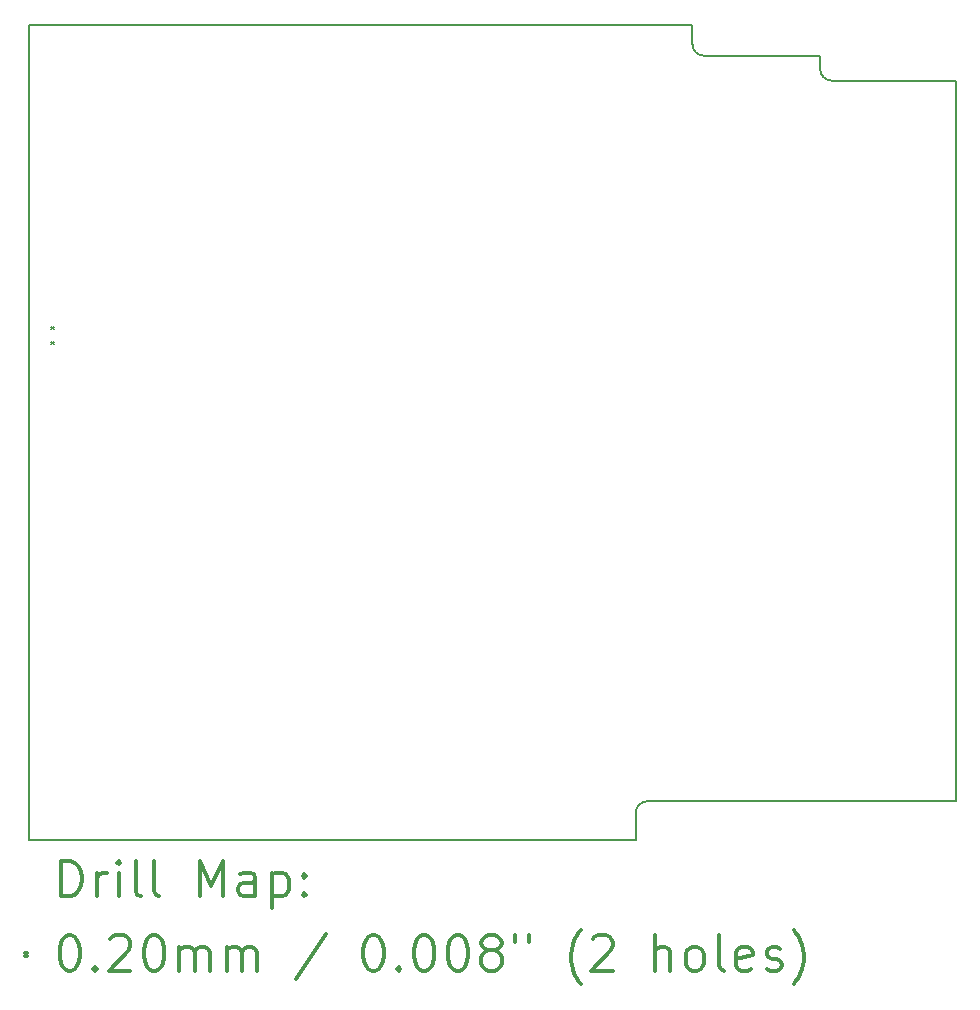
<source format=gbr>
%FSLAX45Y45*%
G04 Gerber Fmt 4.5, Leading zero omitted, Abs format (unit mm)*
G04 Created by KiCad (PCBNEW 5.1.7-a382d34a8~88~ubuntu16.04.1) date 2022-12-09 16:50:04*
%MOMM*%
%LPD*%
G01*
G04 APERTURE LIST*
%TA.AperFunction,Profile*%
%ADD10C,0.200000*%
%TD*%
%ADD11C,0.200000*%
%ADD12C,0.300000*%
G04 APERTURE END LIST*
D10*
X17700000Y-4360000D02*
X17700000Y-4470000D01*
X11000000Y-4100000D02*
X16620000Y-4100000D01*
X11000000Y-5200000D02*
X11000000Y-4100000D01*
X11000000Y-10150000D02*
X11000000Y-5200000D01*
X16720000Y-4360000D02*
G75*
G02*
X16620000Y-4260000I0J100000D01*
G01*
X16620000Y-4100000D02*
X16620000Y-4260000D01*
X17800000Y-4570000D02*
G75*
G02*
X17700000Y-4470000I0J100000D01*
G01*
X17800000Y-4570000D02*
X18850000Y-4570000D01*
X16720000Y-4360000D02*
X17700000Y-4360000D01*
X13840000Y-11000000D02*
X16140000Y-11000000D01*
X11000000Y-10150000D02*
X11000000Y-11000000D01*
X18850000Y-4570000D02*
X18850000Y-10670000D01*
X16140000Y-10770000D02*
G75*
G02*
X16240000Y-10670000I100000J0D01*
G01*
X13840000Y-11000000D02*
X11000000Y-11000000D01*
X16140000Y-10770000D02*
X16140000Y-11000000D01*
X18850000Y-10670000D02*
X16240000Y-10670000D01*
D11*
X11192500Y-6654500D02*
X11212500Y-6674500D01*
X11212500Y-6654500D02*
X11192500Y-6674500D01*
X11192500Y-6781500D02*
X11212500Y-6801500D01*
X11212500Y-6781500D02*
X11192500Y-6801500D01*
D12*
X11276428Y-11475714D02*
X11276428Y-11175714D01*
X11347857Y-11175714D01*
X11390714Y-11190000D01*
X11419286Y-11218571D01*
X11433571Y-11247143D01*
X11447857Y-11304286D01*
X11447857Y-11347143D01*
X11433571Y-11404286D01*
X11419286Y-11432857D01*
X11390714Y-11461429D01*
X11347857Y-11475714D01*
X11276428Y-11475714D01*
X11576428Y-11475714D02*
X11576428Y-11275714D01*
X11576428Y-11332857D02*
X11590714Y-11304286D01*
X11605000Y-11290000D01*
X11633571Y-11275714D01*
X11662143Y-11275714D01*
X11762143Y-11475714D02*
X11762143Y-11275714D01*
X11762143Y-11175714D02*
X11747857Y-11190000D01*
X11762143Y-11204286D01*
X11776428Y-11190000D01*
X11762143Y-11175714D01*
X11762143Y-11204286D01*
X11947857Y-11475714D02*
X11919286Y-11461429D01*
X11905000Y-11432857D01*
X11905000Y-11175714D01*
X12105000Y-11475714D02*
X12076428Y-11461429D01*
X12062143Y-11432857D01*
X12062143Y-11175714D01*
X12447857Y-11475714D02*
X12447857Y-11175714D01*
X12547857Y-11390000D01*
X12647857Y-11175714D01*
X12647857Y-11475714D01*
X12919286Y-11475714D02*
X12919286Y-11318571D01*
X12905000Y-11290000D01*
X12876428Y-11275714D01*
X12819286Y-11275714D01*
X12790714Y-11290000D01*
X12919286Y-11461429D02*
X12890714Y-11475714D01*
X12819286Y-11475714D01*
X12790714Y-11461429D01*
X12776428Y-11432857D01*
X12776428Y-11404286D01*
X12790714Y-11375714D01*
X12819286Y-11361429D01*
X12890714Y-11361429D01*
X12919286Y-11347143D01*
X13062143Y-11275714D02*
X13062143Y-11575714D01*
X13062143Y-11290000D02*
X13090714Y-11275714D01*
X13147857Y-11275714D01*
X13176428Y-11290000D01*
X13190714Y-11304286D01*
X13205000Y-11332857D01*
X13205000Y-11418571D01*
X13190714Y-11447143D01*
X13176428Y-11461429D01*
X13147857Y-11475714D01*
X13090714Y-11475714D01*
X13062143Y-11461429D01*
X13333571Y-11447143D02*
X13347857Y-11461429D01*
X13333571Y-11475714D01*
X13319286Y-11461429D01*
X13333571Y-11447143D01*
X13333571Y-11475714D01*
X13333571Y-11290000D02*
X13347857Y-11304286D01*
X13333571Y-11318571D01*
X13319286Y-11304286D01*
X13333571Y-11290000D01*
X13333571Y-11318571D01*
X10970000Y-11960000D02*
X10990000Y-11980000D01*
X10990000Y-11960000D02*
X10970000Y-11980000D01*
X11333571Y-11805714D02*
X11362143Y-11805714D01*
X11390714Y-11820000D01*
X11405000Y-11834286D01*
X11419286Y-11862857D01*
X11433571Y-11920000D01*
X11433571Y-11991429D01*
X11419286Y-12048571D01*
X11405000Y-12077143D01*
X11390714Y-12091429D01*
X11362143Y-12105714D01*
X11333571Y-12105714D01*
X11305000Y-12091429D01*
X11290714Y-12077143D01*
X11276428Y-12048571D01*
X11262143Y-11991429D01*
X11262143Y-11920000D01*
X11276428Y-11862857D01*
X11290714Y-11834286D01*
X11305000Y-11820000D01*
X11333571Y-11805714D01*
X11562143Y-12077143D02*
X11576428Y-12091429D01*
X11562143Y-12105714D01*
X11547857Y-12091429D01*
X11562143Y-12077143D01*
X11562143Y-12105714D01*
X11690714Y-11834286D02*
X11705000Y-11820000D01*
X11733571Y-11805714D01*
X11805000Y-11805714D01*
X11833571Y-11820000D01*
X11847857Y-11834286D01*
X11862143Y-11862857D01*
X11862143Y-11891429D01*
X11847857Y-11934286D01*
X11676428Y-12105714D01*
X11862143Y-12105714D01*
X12047857Y-11805714D02*
X12076428Y-11805714D01*
X12105000Y-11820000D01*
X12119286Y-11834286D01*
X12133571Y-11862857D01*
X12147857Y-11920000D01*
X12147857Y-11991429D01*
X12133571Y-12048571D01*
X12119286Y-12077143D01*
X12105000Y-12091429D01*
X12076428Y-12105714D01*
X12047857Y-12105714D01*
X12019286Y-12091429D01*
X12005000Y-12077143D01*
X11990714Y-12048571D01*
X11976428Y-11991429D01*
X11976428Y-11920000D01*
X11990714Y-11862857D01*
X12005000Y-11834286D01*
X12019286Y-11820000D01*
X12047857Y-11805714D01*
X12276428Y-12105714D02*
X12276428Y-11905714D01*
X12276428Y-11934286D02*
X12290714Y-11920000D01*
X12319286Y-11905714D01*
X12362143Y-11905714D01*
X12390714Y-11920000D01*
X12405000Y-11948571D01*
X12405000Y-12105714D01*
X12405000Y-11948571D02*
X12419286Y-11920000D01*
X12447857Y-11905714D01*
X12490714Y-11905714D01*
X12519286Y-11920000D01*
X12533571Y-11948571D01*
X12533571Y-12105714D01*
X12676428Y-12105714D02*
X12676428Y-11905714D01*
X12676428Y-11934286D02*
X12690714Y-11920000D01*
X12719286Y-11905714D01*
X12762143Y-11905714D01*
X12790714Y-11920000D01*
X12805000Y-11948571D01*
X12805000Y-12105714D01*
X12805000Y-11948571D02*
X12819286Y-11920000D01*
X12847857Y-11905714D01*
X12890714Y-11905714D01*
X12919286Y-11920000D01*
X12933571Y-11948571D01*
X12933571Y-12105714D01*
X13519286Y-11791429D02*
X13262143Y-12177143D01*
X13905000Y-11805714D02*
X13933571Y-11805714D01*
X13962143Y-11820000D01*
X13976428Y-11834286D01*
X13990714Y-11862857D01*
X14005000Y-11920000D01*
X14005000Y-11991429D01*
X13990714Y-12048571D01*
X13976428Y-12077143D01*
X13962143Y-12091429D01*
X13933571Y-12105714D01*
X13905000Y-12105714D01*
X13876428Y-12091429D01*
X13862143Y-12077143D01*
X13847857Y-12048571D01*
X13833571Y-11991429D01*
X13833571Y-11920000D01*
X13847857Y-11862857D01*
X13862143Y-11834286D01*
X13876428Y-11820000D01*
X13905000Y-11805714D01*
X14133571Y-12077143D02*
X14147857Y-12091429D01*
X14133571Y-12105714D01*
X14119286Y-12091429D01*
X14133571Y-12077143D01*
X14133571Y-12105714D01*
X14333571Y-11805714D02*
X14362143Y-11805714D01*
X14390714Y-11820000D01*
X14405000Y-11834286D01*
X14419286Y-11862857D01*
X14433571Y-11920000D01*
X14433571Y-11991429D01*
X14419286Y-12048571D01*
X14405000Y-12077143D01*
X14390714Y-12091429D01*
X14362143Y-12105714D01*
X14333571Y-12105714D01*
X14305000Y-12091429D01*
X14290714Y-12077143D01*
X14276428Y-12048571D01*
X14262143Y-11991429D01*
X14262143Y-11920000D01*
X14276428Y-11862857D01*
X14290714Y-11834286D01*
X14305000Y-11820000D01*
X14333571Y-11805714D01*
X14619286Y-11805714D02*
X14647857Y-11805714D01*
X14676428Y-11820000D01*
X14690714Y-11834286D01*
X14705000Y-11862857D01*
X14719286Y-11920000D01*
X14719286Y-11991429D01*
X14705000Y-12048571D01*
X14690714Y-12077143D01*
X14676428Y-12091429D01*
X14647857Y-12105714D01*
X14619286Y-12105714D01*
X14590714Y-12091429D01*
X14576428Y-12077143D01*
X14562143Y-12048571D01*
X14547857Y-11991429D01*
X14547857Y-11920000D01*
X14562143Y-11862857D01*
X14576428Y-11834286D01*
X14590714Y-11820000D01*
X14619286Y-11805714D01*
X14890714Y-11934286D02*
X14862143Y-11920000D01*
X14847857Y-11905714D01*
X14833571Y-11877143D01*
X14833571Y-11862857D01*
X14847857Y-11834286D01*
X14862143Y-11820000D01*
X14890714Y-11805714D01*
X14947857Y-11805714D01*
X14976428Y-11820000D01*
X14990714Y-11834286D01*
X15005000Y-11862857D01*
X15005000Y-11877143D01*
X14990714Y-11905714D01*
X14976428Y-11920000D01*
X14947857Y-11934286D01*
X14890714Y-11934286D01*
X14862143Y-11948571D01*
X14847857Y-11962857D01*
X14833571Y-11991429D01*
X14833571Y-12048571D01*
X14847857Y-12077143D01*
X14862143Y-12091429D01*
X14890714Y-12105714D01*
X14947857Y-12105714D01*
X14976428Y-12091429D01*
X14990714Y-12077143D01*
X15005000Y-12048571D01*
X15005000Y-11991429D01*
X14990714Y-11962857D01*
X14976428Y-11948571D01*
X14947857Y-11934286D01*
X15119286Y-11805714D02*
X15119286Y-11862857D01*
X15233571Y-11805714D02*
X15233571Y-11862857D01*
X15676428Y-12220000D02*
X15662143Y-12205714D01*
X15633571Y-12162857D01*
X15619286Y-12134286D01*
X15605000Y-12091429D01*
X15590714Y-12020000D01*
X15590714Y-11962857D01*
X15605000Y-11891429D01*
X15619286Y-11848571D01*
X15633571Y-11820000D01*
X15662143Y-11777143D01*
X15676428Y-11762857D01*
X15776428Y-11834286D02*
X15790714Y-11820000D01*
X15819286Y-11805714D01*
X15890714Y-11805714D01*
X15919286Y-11820000D01*
X15933571Y-11834286D01*
X15947857Y-11862857D01*
X15947857Y-11891429D01*
X15933571Y-11934286D01*
X15762143Y-12105714D01*
X15947857Y-12105714D01*
X16305000Y-12105714D02*
X16305000Y-11805714D01*
X16433571Y-12105714D02*
X16433571Y-11948571D01*
X16419286Y-11920000D01*
X16390714Y-11905714D01*
X16347857Y-11905714D01*
X16319286Y-11920000D01*
X16305000Y-11934286D01*
X16619286Y-12105714D02*
X16590714Y-12091429D01*
X16576428Y-12077143D01*
X16562143Y-12048571D01*
X16562143Y-11962857D01*
X16576428Y-11934286D01*
X16590714Y-11920000D01*
X16619286Y-11905714D01*
X16662143Y-11905714D01*
X16690714Y-11920000D01*
X16705000Y-11934286D01*
X16719286Y-11962857D01*
X16719286Y-12048571D01*
X16705000Y-12077143D01*
X16690714Y-12091429D01*
X16662143Y-12105714D01*
X16619286Y-12105714D01*
X16890714Y-12105714D02*
X16862143Y-12091429D01*
X16847857Y-12062857D01*
X16847857Y-11805714D01*
X17119286Y-12091429D02*
X17090714Y-12105714D01*
X17033571Y-12105714D01*
X17005000Y-12091429D01*
X16990714Y-12062857D01*
X16990714Y-11948571D01*
X17005000Y-11920000D01*
X17033571Y-11905714D01*
X17090714Y-11905714D01*
X17119286Y-11920000D01*
X17133571Y-11948571D01*
X17133571Y-11977143D01*
X16990714Y-12005714D01*
X17247857Y-12091429D02*
X17276428Y-12105714D01*
X17333571Y-12105714D01*
X17362143Y-12091429D01*
X17376428Y-12062857D01*
X17376428Y-12048571D01*
X17362143Y-12020000D01*
X17333571Y-12005714D01*
X17290714Y-12005714D01*
X17262143Y-11991429D01*
X17247857Y-11962857D01*
X17247857Y-11948571D01*
X17262143Y-11920000D01*
X17290714Y-11905714D01*
X17333571Y-11905714D01*
X17362143Y-11920000D01*
X17476428Y-12220000D02*
X17490714Y-12205714D01*
X17519286Y-12162857D01*
X17533571Y-12134286D01*
X17547857Y-12091429D01*
X17562143Y-12020000D01*
X17562143Y-11962857D01*
X17547857Y-11891429D01*
X17533571Y-11848571D01*
X17519286Y-11820000D01*
X17490714Y-11777143D01*
X17476428Y-11762857D01*
M02*

</source>
